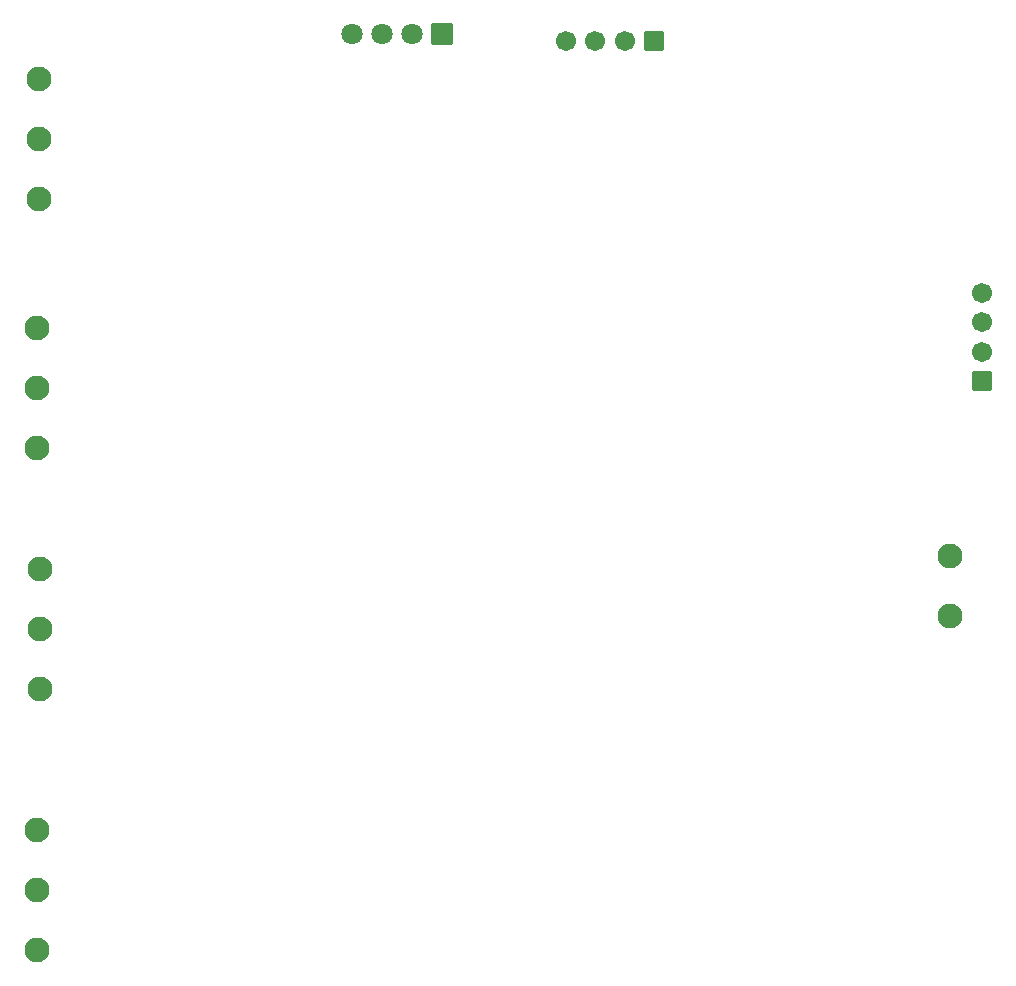
<source format=gbs>
G04 Layer: BottomSolderMaskLayer*
G04 EasyEDA Pro v2.2.40.8, 2025-07-27 07:59:39*
G04 Gerber Generator version 0.3*
G04 Scale: 100 percent, Rotated: No, Reflected: No*
G04 Dimensions in millimeters*
G04 Leading zeros omitted, absolute positions, 4 integers and 5 decimals*
G04 Generated by one-click*
%FSLAX45Y45*%
%MOMM*%
%AMRoundRect*1,1,$1,$2,$3*1,1,$1,$4,$5*1,1,$1,0-$2,0-$3*1,1,$1,0-$4,0-$5*20,1,$1,$2,$3,$4,$5,0*20,1,$1,$4,$5,0-$2,0-$3,0*20,1,$1,0-$2,0-$3,0-$4,0-$5,0*20,1,$1,0-$4,0-$5,$2,$3,0*4,1,4,$2,$3,$4,$5,0-$2,0-$3,0-$4,0-$5,$2,$3,0*%
%ADD10RoundRect,0.09618X-0.85271X0.85271X0.85271X0.85271*%
%ADD11C,1.8016*%
%ADD12C,1.7016*%
%ADD13RoundRect,0.09562X-0.76499X0.80299X0.76499X0.80299*%
%ADD14RoundRect,0.09562X-0.80299X-0.76499X-0.80299X0.76499*%
%ADD15C,2.1006*%
%ADD16C,2.1016*%
G75*


G04 Pad Start*
G54D10*
G01X4076700Y-281995D03*
G54D11*
G01X3822700Y-281995D03*
G01X3568700Y-281995D03*
G01X3314700Y-281995D03*
G54D12*
G01X5123740Y-339148D03*
G01X5373752Y-339148D03*
G01X5623739Y-339148D03*
G54D13*
G01X5873751Y-339148D03*
G54D12*
G01X8646105Y-2469794D03*
G01X8646105Y-2719807D03*
G01X8646105Y-2969793D03*
G54D14*
G01X8646105Y-3219806D03*
G54D16*
G01X647110Y-8035025D03*
G01X647110Y-7527025D03*
G01X647110Y-7019025D03*
G01X668952Y-5825225D03*
G01X668952Y-5317225D03*
G01X668952Y-4809225D03*
G01X643999Y-3780525D03*
G01X643999Y-3272525D03*
G01X643999Y-2764525D03*
G01X661832Y-1672325D03*
G01X661832Y-1164325D03*
G01X661832Y-656325D03*
G01X8381206Y-5207434D03*
G01X8381206Y-4699434D03*
G04 Pad End*

M02*


</source>
